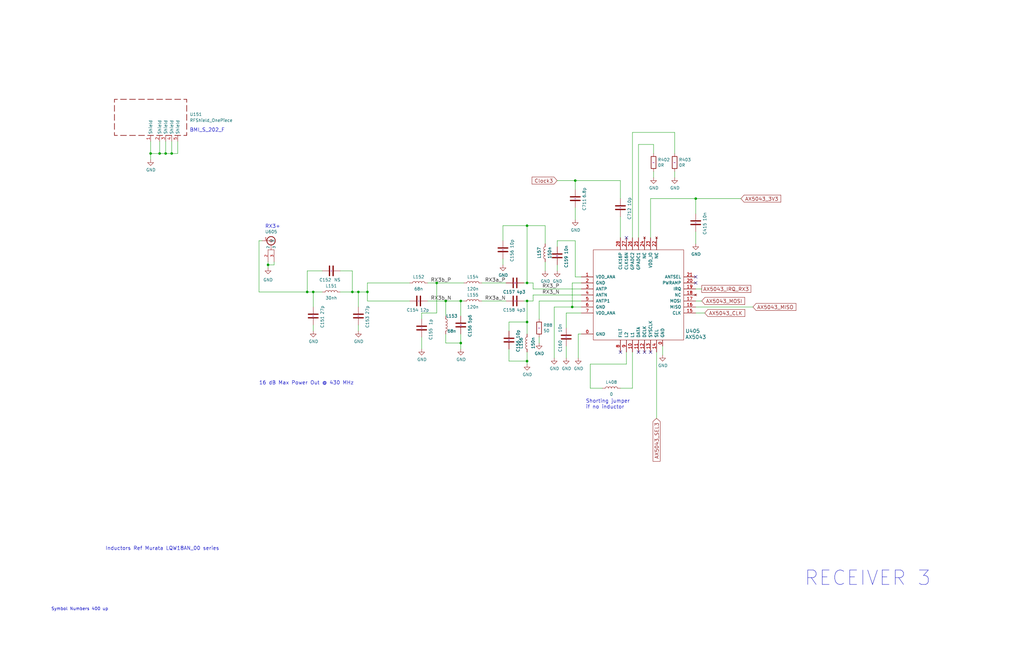
<source format=kicad_sch>
(kicad_sch (version 20230121) (generator eeschema)
  (paper "USLedger")
  (title_block (title "Radiation Tolerant PacSat Communication") (date "2023-06-17") (rev "A") (company "AMSAT-NA") (comment 1 "N5BRG"))
  (lib_symbols
    (symbol "Device:C" (pin_numbers hide) (pin_names (offset 0.254))
      (property "Reference" "C" (at 0.635 2.54 0))
      (property "Value" "C" (at 0.635 -2.54 0))
      (symbol "C_0_1"
        (polyline (pts (xy -2.032 -0.762) (xy 2.032 -0.762)) (stroke (width 0.508)))
        (polyline (pts (xy -2.032 0.762) (xy 2.032 0.762)) (stroke (width 0.508)))
      )
      (symbol "C_1_1"
        (pin passive line (at 0 3.81 270) (length 2.794) (name "~") (number "1"))
        (pin passive line (at 0 -3.81 90) (length 2.794) (name "~") (number "2"))
      )
    )
    (symbol "Device:L" (pin_numbers hide) (pin_names (offset 1.016) hide)
      (property "Reference" "L" (at -1.27 0 90))
      (property "Value" "L" (at 1.905 0 90))
      (symbol "L_0_1"
        (arc (start 0 -2.54) (mid 0.6323 -1.905) (end 0 -1.27))
        (arc (start 0 -1.27) (mid 0.6323 -0.635) (end 0 0))
        (arc (start 0 0) (mid 0.6323 0.635) (end 0 1.27))
        (arc (start 0 1.27) (mid 0.6323 1.905) (end 0 2.54))
      )
      (symbol "L_1_1"
        (pin passive line (at 0 3.81 270) (length 1.27) (name "1") (number "1"))
        (pin passive line (at 0 -3.81 90) (length 1.27) (name "2") (number "2"))
      )
    )
    (symbol "Device:R" (pin_numbers hide) (pin_names (offset 0))
      (property "Reference" "R" (at 2.032 0 90))
      (property "Value" "R" (at 0 0 90))
      (symbol "R_0_1"
        (rectangle (start -1.016 -2.54) (end 1.016 2.54) (stroke (width 0.254)))
      )
      (symbol "R_1_1"
        (pin passive line (at 0 3.81 270) (length 1.27) (name "~") (number "1"))
        (pin passive line (at 0 -3.81 90) (length 1.27) (name "~") (number "2"))
      )
    )
    (symbol "PACSAT_DEV_misc:AX5043" (pin_names (offset 1.016))
      (property "Reference" "U156" (at 16.51 -21.59 0))
      (property "Value" "AX5043" (at -5.08 0 0))
      (symbol "AX5043_0_1"
        (rectangle (start -19.05 19.05) (end 19.05 -19.05))
      )
      (symbol "AX5043_1_1"
        (pin passive line (at -24.13 -16.51 0) (length 5.08) (name "GND") (number "0"))
        (pin power_in line (at 10.16 -21.59 90) (length 2.54) (name "GND") (number "0"))
        (pin passive line (at -24.13 7.62 0) (length 5.08) (name "VDD_ANA") (number "1"))
        (pin passive line (at -2.54 -24.13 90) (length 5.08) (name "L1") (number "10"))
        (pin input line (at 0 -24.13 90) (length 5.08) (name "DATA") (number "11"))
        (pin input line (at 2.54 -24.13 90) (length 5.08) (name "DCLK") (number "12"))
        (pin output line (at 5.08 -24.13 90) (length 5.08) (name "SYSCLK") (number "13"))
        (pin input line (at 7.62 -24.13 90) (length 5.08) (name "SEL") (number "14"))
        (pin input line (at 24.13 -7.62 180) (length 5.08) (name "CLK") (number "15"))
        (pin tri_state line (at 24.13 -5.08 180) (length 5.08) (name "MISO") (number "16"))
        (pin input line (at 24.13 -2.54 180) (length 5.08) (name "MOSI") (number "17"))
        (pin no_connect line (at 24.13 0 180) (length 5.08) (name "NC") (number "18"))
        (pin output line (at 24.13 2.54 180) (length 5.08) (name "IRQ") (number "19"))
        (pin input line (at -24.13 5.08 0) (length 5.08) (name "GND") (number "2"))
        (pin output line (at 24.13 5.08 180) (length 5.08) (name "PWRAMP") (number "20"))
        (pin output line (at 24.13 7.62 180) (length 5.08) (name "ANTSEL") (number "21"))
        (pin no_connect line (at 7.62 24.13 270) (length 5.08) (name "NC") (number "22"))
        (pin passive line (at 5.08 24.13 270) (length 5.08) (name "VDD_IO") (number "23"))
        (pin no_connect line (at 2.54 24.13 270) (length 5.08) (name "NC") (number "24"))
        (pin input line (at 0 24.13 270) (length 5.08) (name "GPADC1") (number "25"))
        (pin input line (at -2.54 24.13 270) (length 5.08) (name "GPADC2") (number "26"))
        (pin passive line (at -5.08 24.13 270) (length 5.08) (name "CLK16N") (number "27"))
        (pin passive line (at -7.62 24.13 270) (length 5.08) (name "CLK16P") (number "28"))
        (pin bidirectional line (at -24.13 2.54 0) (length 5.08) (name "ANTP") (number "3"))
        (pin bidirectional line (at -24.13 0 0) (length 5.08) (name "ANTN") (number "4"))
        (pin output line (at -24.13 -2.54 0) (length 5.08) (name "ANTP1") (number "5"))
        (pin input line (at -24.13 -5.08 0) (length 5.08) (name "GND") (number "6"))
        (pin passive line (at -24.13 -7.62 0) (length 5.08) (name "VDD_ANA") (number "7"))
        (pin passive line (at -7.62 -24.13 90) (length 5.08) (name "FILT") (number "8"))
        (pin passive line (at -5.08 -24.13 90) (length 5.08) (name "L2") (number "9"))
      )
    )
    (symbol "PACSAT_DEV_misc:RF_SHIELD_BOX"
      (property "Reference" "U" (at -15.24 8.89 0))
      (symbol "RF_SHIELD_BOX_0_1"
        (polyline (pts (xy -16.51 -5.08) (xy -16.51 -2.54)) (stroke (width 0.254)))
        (polyline (pts (xy -16.51 -1.27) (xy -16.51 1.27)) (stroke (width 0.254)))
        (polyline (pts (xy -16.51 2.54) (xy -16.51 5.08)) (stroke (width 0.254)))
        (polyline (pts (xy -13.97 7.62) (xy -11.43 7.62)) (stroke (width 0.254)))
        (polyline (pts (xy -11.43 -7.62) (xy -13.97 -7.62)) (stroke (width 0.254)))
        (polyline (pts (xy -7.62 -7.62) (xy -10.16 -7.62)) (stroke (width 0.254)))
        (polyline (pts (xy -7.62 7.62) (xy -10.16 7.62)) (stroke (width 0.254)))
        (polyline (pts (xy -3.81 -7.62) (xy -6.35 -7.62)) (stroke (width 0.254)))
        (polyline (pts (xy -3.81 7.62) (xy -6.35 7.62)) (stroke (width 0.254)))
        (polyline (pts (xy -2.54 -7.62) (xy 0 -7.62)) (stroke (width 0.254)))
        (polyline (pts (xy 0 7.62) (xy -2.54 7.62)) (stroke (width 0.254)))
        (polyline (pts (xy 1.27 -7.62) (xy 3.81 -7.62)) (stroke (width 0.254)))
        (polyline (pts (xy 3.81 7.62) (xy 1.27 7.62)) (stroke (width 0.254)))
        (polyline (pts (xy 5.08 -7.62) (xy 7.62 -7.62)) (stroke (width 0.254)))
        (polyline (pts (xy 7.62 7.62) (xy 5.08 7.62)) (stroke (width 0.254)))
        (polyline (pts (xy 8.89 -7.62) (xy 11.43 -7.62)) (stroke (width 0.254)))
        (polyline (pts (xy 11.43 7.62) (xy 8.89 7.62)) (stroke (width 0.254)))
        (polyline (pts (xy 13.97 -5.08) (xy 13.97 -2.54)) (stroke (width 0.254)))
        (polyline (pts (xy 13.97 -1.27) (xy 13.97 1.27)) (stroke (width 0.254)))
        (polyline (pts (xy 13.97 2.54) (xy 13.97 5.08)) (stroke (width 0.254)))
        (polyline (pts (xy -16.51 6.35) (xy -16.51 7.62) (xy -15.24 7.62)) (stroke (width 0.254)))
        (polyline (pts (xy -15.24 -7.62) (xy -16.51 -7.62) (xy -16.51 -6.35)) (stroke (width 0.254)))
        (polyline (pts (xy 12.7 -7.62) (xy 13.97 -7.62) (xy 13.97 -6.35)) (stroke (width 0.254)))
        (polyline (pts (xy 13.97 6.35) (xy 13.97 7.62) (xy 12.7 7.62)) (stroke (width 0.254)))
      )
      (symbol "RF_SHIELD_BOX_1_1"
        (pin power_in line (at -1.27 -10.16 90) (length 2.54) (name "Shield") (number "1"))
        (pin power_in line (at 2.54 -10.16 90) (length 2.54) (name "Shield") (number "2"))
        (pin power_in line (at 5.08 -10.16 90) (length 2.54) (name "Shield") (number "3"))
        (pin power_in line (at 7.62 -10.16 90) (length 2.54) (name "Shield") (number "4"))
        (pin power_in line (at 10.16 -10.16 90) (length 2.54) (name "Shield") (number "5"))
      )
    )
    (symbol "PACSAT_DEV_misc:U_FL"
      (property "Reference" "U" (at -3.81 2.54 0))
      (symbol "U_FL_0_1"
        (polyline (pts (xy -1.27 -3.81) (xy 1.27 -3.81)))
        (polyline (pts (xy 0 -3.81) (xy 0 -1.778)))
        (circle (center 0 0) (radius 0.508) (stroke (width 0.2032)))
        (circle (center 0 0) (radius 1.778) (stroke (width 0.3048)))
      )
      (symbol "U_FL_1_1"
        (pin bidirectional line (at -3.81 0 0) (length 3.302) (name "In") (number "1"))
        (pin power_in line (at -1.27 -8.89 90) (length 5.08) (name "2") (number "2"))
        (pin power_in line (at 1.27 -8.89 90) (length 5.08) (name "3") (number "3"))
      )
    )
    (symbol "power:GND" (power) (pin_names (offset 0))
      (property "Value" "GND" (at 0 -3.81 0))
      (symbol "GND_0_1"
        (polyline (pts (xy 0 0) (xy 0 -1.27) (xy 1.27 -1.27) (xy 0 -2.54) (xy -1.27 -1.27) (xy 0 -1.27)))
      )
      (symbol "GND_1_1"
        (pin power_in line (at 0 0 270) (length 0) hide (name "GND") (number "1"))
      )
    )
  )
  (junction (at 194.31 144.78))
  (junction (at 222.25 135.89))
  (junction (at 151.13 123.19))
  (junction (at 154.94 123.19))
  (junction (at 63.5 64.77))
  (junction (at 222.25 127))
  (junction (at 194.31 127))
  (junction (at 187.96 127))
  (junction (at 148.59 123.19))
  (junction (at 69.85 64.77))
  (junction (at 241.3 129.54))
  (junction (at 242.57 76.2))
  (junction (at 72.39 64.77))
  (junction (at 67.31 64.77))
  (junction (at 222.25 95.25))
  (junction (at 184.15 119.38))
  (junction (at 222.25 152.4))
  (junction (at 222.25 119.38))
  (junction (at 132.08 123.19))
  (junction (at 113.03 111.76))
  (junction (at 129.54 123.19))
  (junction (at 293.37 83.82))
  (no_connect (at 271.78 148.59))
  (no_connect (at 261.62 148.59))
  (no_connect (at 264.16 100.33))
  (no_connect (at 293.37 116.84))
  (no_connect (at 274.32 148.59))
  (no_connect (at 269.24 148.59))
  (no_connect (at 293.37 119.38))
  (wire (pts (xy 242.57 116.84) (xy 242.57 101.6)))
  (wire (pts (xy 194.31 127) (xy 195.58 127)))
  (wire (pts (xy 154.94 119.38) (xy 172.72 119.38)))
  (wire (pts (xy 269.24 60.96) (xy 275.59 60.96)))
  (wire (pts (xy 148.59 123.19) (xy 151.13 123.19)))
  (wire (pts (xy 242.57 87.63) (xy 242.57 92.71)))
  (wire (pts (xy 227.33 127) (xy 227.33 134.62)))
  (wire (pts (xy 293.37 83.82) (xy 312.42 83.82)))
  (wire (pts (xy 74.93 59.69) (xy 74.93 64.77)))
  (wire (pts (xy 222.25 127) (xy 222.25 135.89)))
  (wire (pts (xy 229.87 95.25) (xy 229.87 102.87)))
  (wire (pts (xy 187.96 127) (xy 187.96 133.35)))
  (wire (pts (xy 245.11 116.84) (xy 242.57 116.84)))
  (wire (pts (xy 194.31 127) (xy 194.31 133.35)))
  (wire (pts (xy 184.15 119.38) (xy 195.58 119.38)))
  (wire (pts (xy 284.48 55.88) (xy 284.48 64.77)))
  (wire (pts (xy 222.25 148.59) (xy 222.25 152.4)))
  (wire (pts (xy 151.13 123.19) (xy 154.94 123.19)))
  (wire (pts (xy 224.79 119.38) (xy 224.79 121.92)))
  (wire (pts (xy 261.62 163.83) (xy 266.7 163.83)))
  (wire (pts (xy 63.5 59.69) (xy 63.5 64.77)))
  (wire (pts (xy 261.62 91.44) (xy 261.62 100.33)))
  (wire (pts (xy 261.62 76.2) (xy 242.57 76.2)))
  (wire (pts (xy 220.98 119.38) (xy 222.25 119.38)))
  (wire (pts (xy 184.15 132.08) (xy 177.8 132.08)))
  (wire (pts (xy 177.8 132.08) (xy 177.8 134.62)))
  (wire (pts (xy 110.49 101.6) (xy 109.22 101.6)))
  (wire (pts (xy 233.68 151.13) (xy 233.68 129.54)))
  (wire (pts (xy 238.76 132.08) (xy 238.76 138.43)))
  (wire (pts (xy 203.2 127) (xy 213.36 127)))
  (wire (pts (xy 234.95 111.76) (xy 234.95 114.3)))
  (wire (pts (xy 264.16 153.67) (xy 248.92 153.67)))
  (wire (pts (xy 293.37 90.17) (xy 293.37 83.82)))
  (wire (pts (xy 261.62 76.2) (xy 261.62 83.82)))
  (wire (pts (xy 67.31 64.77) (xy 63.5 64.77)))
  (wire (pts (xy 224.79 127) (xy 224.79 124.46)))
  (wire (pts (xy 234.95 101.6) (xy 234.95 104.14)))
  (wire (pts (xy 220.98 127) (xy 222.25 127)))
  (wire (pts (xy 135.89 114.3) (xy 129.54 114.3)))
  (wire (pts (xy 184.15 119.38) (xy 184.15 132.08)))
  (wire (pts (xy 269.24 60.96) (xy 269.24 100.33)))
  (wire (pts (xy 154.94 127) (xy 172.72 127)))
  (wire (pts (xy 129.54 114.3) (xy 129.54 123.19)))
  (wire (pts (xy 109.22 101.6) (xy 109.22 123.19)))
  (wire (pts (xy 132.08 137.16) (xy 132.08 139.7)))
  (wire (pts (xy 212.09 101.6) (xy 212.09 95.25)))
  (wire (pts (xy 266.7 148.59) (xy 266.7 163.83)))
  (wire (pts (xy 113.03 110.49) (xy 113.03 111.76)))
  (wire (pts (xy 67.31 59.69) (xy 67.31 64.77)))
  (wire (pts (xy 243.84 140.97) (xy 243.84 151.13)))
  (wire (pts (xy 148.59 114.3) (xy 148.59 123.19)))
  (wire (pts (xy 113.03 111.76) (xy 115.57 111.76)))
  (wire (pts (xy 212.09 95.25) (xy 222.25 95.25)))
  (wire (pts (xy 248.92 153.67) (xy 248.92 163.83)))
  (wire (pts (xy 279.4 146.05) (xy 279.4 149.86)))
  (wire (pts (xy 187.96 144.78) (xy 194.31 144.78)))
  (wire (pts (xy 242.57 101.6) (xy 234.95 101.6)))
  (wire (pts (xy 227.33 142.24) (xy 227.33 144.78)))
  (wire (pts (xy 177.8 142.24) (xy 177.8 147.32)))
  (wire (pts (xy 274.32 83.82) (xy 293.37 83.82)))
  (wire (pts (xy 69.85 64.77) (xy 72.39 64.77)))
  (wire (pts (xy 109.22 123.19) (xy 129.54 123.19)))
  (wire (pts (xy 113.03 111.76) (xy 113.03 113.03)))
  (wire (pts (xy 284.48 72.39) (xy 284.48 74.93)))
  (wire (pts (xy 115.57 110.49) (xy 115.57 111.76)))
  (wire (pts (xy 293.37 121.92) (xy 295.91 121.92)))
  (wire (pts (xy 132.08 123.19) (xy 135.89 123.19)))
  (wire (pts (xy 227.33 127) (xy 245.11 127)))
  (wire (pts (xy 214.63 135.89) (xy 222.25 135.89)))
  (wire (pts (xy 151.13 137.16) (xy 151.13 139.7)))
  (wire (pts (xy 293.37 127) (xy 295.91 127)))
  (wire (pts (xy 222.25 152.4) (xy 222.25 153.67)))
  (wire (pts (xy 245.11 119.38) (xy 241.3 119.38)))
  (wire (pts (xy 222.25 135.89) (xy 222.25 140.97)))
  (wire (pts (xy 276.86 148.59) (xy 276.86 176.53)))
  (wire (pts (xy 275.59 72.39) (xy 275.59 74.93)))
  (wire (pts (xy 238.76 146.05) (xy 238.76 151.13)))
  (wire (pts (xy 132.08 129.54) (xy 132.08 123.19)))
  (wire (pts (xy 242.57 76.2) (xy 242.57 80.01)))
  (wire (pts (xy 67.31 64.77) (xy 69.85 64.77)))
  (wire (pts (xy 293.37 97.79) (xy 293.37 102.87)))
  (wire (pts (xy 266.7 55.88) (xy 284.48 55.88)))
  (wire (pts (xy 72.39 59.69) (xy 72.39 64.77)))
  (wire (pts (xy 143.51 123.19) (xy 148.59 123.19)))
  (wire (pts (xy 274.32 100.33) (xy 274.32 83.82)))
  (wire (pts (xy 214.63 147.32) (xy 214.63 152.4)))
  (wire (pts (xy 233.68 129.54) (xy 241.3 129.54)))
  (wire (pts (xy 194.31 140.97) (xy 194.31 144.78)))
  (wire (pts (xy 129.54 123.19) (xy 132.08 123.19)))
  (wire (pts (xy 151.13 129.54) (xy 151.13 123.19)))
  (wire (pts (xy 224.79 121.92) (xy 245.11 121.92)))
  (wire (pts (xy 214.63 139.7) (xy 214.63 135.89)))
  (wire (pts (xy 187.96 140.97) (xy 187.96 144.78)))
  (wire (pts (xy 224.79 124.46) (xy 245.11 124.46)))
  (wire (pts (xy 234.95 76.2) (xy 242.57 76.2)))
  (wire (pts (xy 194.31 144.78) (xy 194.31 147.32)))
  (wire (pts (xy 203.2 119.38) (xy 213.36 119.38)))
  (wire (pts (xy 241.3 129.54) (xy 245.11 129.54)))
  (wire (pts (xy 229.87 95.25) (xy 222.25 95.25)))
  (wire (pts (xy 248.92 163.83) (xy 254 163.83)))
  (wire (pts (xy 180.34 119.38) (xy 184.15 119.38)))
  (wire (pts (xy 229.87 110.49) (xy 229.87 114.3)))
  (wire (pts (xy 143.51 114.3) (xy 148.59 114.3)))
  (wire (pts (xy 293.37 132.08) (xy 297.18 132.08)))
  (wire (pts (xy 214.63 152.4) (xy 222.25 152.4)))
  (wire (pts (xy 74.93 64.77) (xy 72.39 64.77)))
  (wire (pts (xy 293.37 129.54) (xy 317.5 129.54)))
  (wire (pts (xy 63.5 64.77) (xy 63.5 67.31)))
  (wire (pts (xy 222.25 127) (xy 224.79 127)))
  (wire (pts (xy 241.3 119.38) (xy 241.3 129.54)))
  (wire (pts (xy 212.09 109.22) (xy 212.09 111.76)))
  (wire (pts (xy 187.96 127) (xy 194.31 127)))
  (wire (pts (xy 245.11 132.08) (xy 238.76 132.08)))
  (wire (pts (xy 266.7 55.88) (xy 266.7 100.33)))
  (wire (pts (xy 222.25 95.25) (xy 222.25 119.38)))
  (wire (pts (xy 245.11 140.97) (xy 243.84 140.97)))
  (wire (pts (xy 154.94 123.19) (xy 154.94 127)))
  (wire (pts (xy 154.94 119.38) (xy 154.94 123.19)))
  (wire (pts (xy 264.16 148.59) (xy 264.16 153.67)))
  (wire (pts (xy 180.34 127) (xy 187.96 127)))
  (wire (pts (xy 69.85 59.69) (xy 69.85 64.77)))
  (wire (pts (xy 275.59 60.96) (xy 275.59 64.77)))
  (wire (pts (xy 222.25 119.38) (xy 224.79 119.38)))
  (text "RECEIVER 3" (at 339.09 247.65 0) (effects (font (size 6.096 6.096)) (justify left bottom)))
  (text "BMI_S_202_F" (at 80.01 55.88 0) (effects (font (size 1.524 1.524)) (justify left bottom)))
  (text "16 dB Max Power Out @ 430 MHz" (at 109.22 162.56 0) (effects (font (size 1.524 1.524)) (justify left bottom)))
  (text "Symbol Numbers 400 up" (at 21.59 257.81 0) (effects (font (size 1.27 1.27)) (justify left bottom)))
  (text "Shorting jumper\nif no inductor" (at 247.015 172.72 0) (effects (font (size 1.524 1.524)) (justify left bottom)))
  (text "Inductors Ref Murata LQW18AN_00 series" (at 44.45 232.41 0) (effects (font (size 1.524 1.524)) (justify left bottom)))
  (text "RX3+" (at 111.76 96.52 0) (effects (font (size 1.524 1.524)) (justify left bottom)))
  (label "RX3a_P" (at 204.47 119.38 0) (effects (font (size 1.524 1.524))))
  (label "RX3a_N" (at 204.47 127 0) (effects (font (size 1.524 1.524))))
  (label "RX3_N" (at 228.6 124.46 0) (effects (font (size 1.524 1.524))))
  (label "RX3_P" (at 228.6 121.92 0) (effects (font (size 1.524 1.524))))
  (label "RX3b_P" (at 181.61 119.38 0) (effects (font (size 1.524 1.524))))
  (label "RX3b_N" (at 181.61 127 0) (effects (font (size 1.524 1.524))))
  (global_label "AX5043_SEL3" (shape input) (at 276.86 176.53 270) (effects (font (size 1.524 1.524))) (property "Intersheetrefs" "${INTERSHEET_REFS}" (effects hide)))
  (global_label "AX5043_IRQ_RX3" (shape passive) (at 295.91 121.92 0) (effects (font (size 1.524 1.524))) (property "Intersheetrefs" "${INTERSHEET_REFS}" (effects hide)))
  (global_label "Clock3" (shape input) (at 234.95 76.2 180) (effects (font (size 1.524 1.524))) (property "Intersheetrefs" "${INTERSHEET_REFS}" (effects hide)))
  (global_label "AX5043_CLK" (shape input) (at 297.18 132.08 0) (effects (font (size 1.524 1.524))) (property "Intersheetrefs" "${INTERSHEET_REFS}" (effects hide)))
  (global_label "AX5043_MISO" (shape input) (at 317.5 129.54 0) (effects (font (size 1.524 1.524))) (property "Intersheetrefs" "${INTERSHEET_REFS}" (effects hide)))
  (global_label "AX5043_MOSI" (shape input) (at 295.91 127 0) (effects (font (size 1.524 1.524))) (property "Intersheetrefs" "${INTERSHEET_REFS}" (effects hide)))
  (global_label "AX5043_3V3" (shape input) (at 312.42 83.82 0) (effects (font (size 1.524 1.524))) (property "Intersheetrefs" "${INTERSHEET_REFS}" (effects hide)))
  (symbol (lib_id "Device:C") (at 177.8 138.43 0) (unit 1)
    (property "Reference" "C155" (at 181.61 140.97 90))
    (property "Value" "1p" (at 181.61 135.89 90))
    (property "Footprint" "Capacitor_SMD:C_0603_1608Metric_Pad1.08x0.95mm_HandSolder" (effects hide))
    (property "Datasheet" "~" (at 177.8 138.43 0))
    (instances (project "PacSat_Dev_RevC_231018" (path "" (reference "C155") (unit 1)) (path "" (reference "C405") (unit 1))))
  )
  (symbol (lib_id "Device:R") (at 275.59 68.58 0) (unit 1)
    (property "Reference" "R402" (at 277.368 67.4116 0) (effects (justify left)))
    (property "Value" "0R" (at 277.368 69.723 0) (effects (justify left)))
    (property "Footprint" "Resistor_SMD:R_0603_1608Metric_Pad0.98x0.95mm_HandSolder" (effects hide))
    (property "Datasheet" "~" (at 275.59 68.58 0))
  )
  (symbol (lib_id "power:GND") (at 222.25 153.67 0) (unit 1)
    (property "Reference" "#PWR0175" (effects hide))
    (property "Value" "GND" (at 222.377 158.0642 0))
    (instances (project "PacSat_Dev_RevC_231018" (path "" (reference "#PWR0175") (unit 1)) (path "" (reference "#PWR0408") (unit 1))))
  )
  (symbol (lib_id "Device:C") (at 151.13 133.35 0) (unit 1)
    (property "Reference" "C153" (at 154.94 135.89 90))
    (property "Value" "27p" (at 154.94 130.81 90))
    (property "Footprint" "Capacitor_SMD:C_0603_1608Metric_Pad1.08x0.95mm_HandSolder" (effects hide))
    (property "Datasheet" "~" (at 151.13 133.35 0))
    (instances (project "PacSat_Dev_RevC_231018" (path "" (reference "C153") (unit 1)) (path "" (reference "C403") (unit 1))))
  )
  (symbol (lib_id "power:GND") (at 63.5 67.31 0) (unit 1)
    (property "Reference" "#PWR0161" (effects hide))
    (property "Value" "GND" (at 63.627 71.7042 0))
    (instances (project "PacSat_Dev_RevC_231018" (path "" (reference "#PWR0161") (unit 1)) (path "" (reference "#PWR0619") (unit 1))))
  )
  (symbol (lib_id "power:GND") (at 233.68 151.13 0) (unit 1)
    (property "Reference" "#PWR0177" (effects hide))
    (property "Value" "GND" (at 233.807 155.5242 0))
    (instances (project "PacSat_Dev_RevC_231018" (path "" (reference "#PWR0177") (unit 1)) (path "" (reference "#PWR0411") (unit 1))))
  )
  (symbol (lib_id "power:GND") (at 284.48 74.93 0) (unit 1)
    (property "Reference" "#PWR0418" (effects hide))
    (property "Value" "GND" (at 284.607 79.3242 0))
  )
  (symbol (lib_id "power:GND") (at 113.03 113.03 0) (unit 1)
    (property "Reference" "#PWR0614" (effects hide))
    (property "Value" "GND" (at 113.03 118.11 0))
    (instances (project "PacSat_Dev_RevC_231018" (path "" (reference "#PWR0614") (unit 1)) (path "" (reference "#PWR0402") (unit 1))))
  )
  (symbol (lib_id "Device:L") (at 199.39 127 90) (unit 1)
    (property "Reference" "L155" (at 199.39 124.46 90))
    (property "Value" "120n" (at 199.39 129.54 90))
    (property "Footprint" "PacSatDev_misc:L_Murata_LQH2MCNxxxx02_2.0x1.6mm" (effects hide))
    (instances (project "PacSat_Dev_RevC_231018" (path "" (reference "L155") (unit 1)) (path "" (reference "L405") (unit 1))))
  )
  (symbol (lib_id "Device:L") (at 199.39 119.38 90) (unit 1)
    (property "Reference" "L154" (at 199.39 116.84 90))
    (property "Value" "120n" (at 199.39 121.92 90))
    (property "Footprint" "PacSatDev_misc:L_Murata_LQH2MCNxxxx02_2.0x1.6mm" (effects hide))
    (instances (project "PacSat_Dev_RevC_231018" (path "" (reference "L154") (unit 1)) (path "" (reference "L404") (unit 1))))
  )
  (symbol (lib_id "power:GND") (at 243.84 151.13 0) (unit 1)
    (property "Reference" "#PWR0181" (effects hide))
    (property "Value" "GND" (at 243.967 155.5242 0))
    (instances (project "PacSat_Dev_RevC_231018" (path "" (reference "#PWR0181") (unit 1)) (path "" (reference "#PWR0415") (unit 1))))
  )
  (symbol (lib_id "power:GND") (at 242.57 92.71 0) (unit 1)
    (property "Reference" "#PWR0735" (effects hide))
    (property "Value" "GND" (at 242.697 97.1042 0))
    (instances (project "PacSat_Dev_RevC_231018" (path "" (reference "#PWR0735") (unit 1)) (path "" (reference "#PWR0414") (unit 1))))
  )
  (symbol (lib_id "power:GND") (at 293.37 102.87 0) (unit 1)
    (property "Reference" "#PWR0419" (effects hide))
    (property "Value" "GND" (at 293.497 107.2642 0))
  )
  (symbol (lib_id "Device:L") (at 176.53 119.38 90) (unit 1)
    (property "Reference" "L152" (at 176.53 116.84 90))
    (property "Value" "68n" (at 176.53 121.92 90))
    (property "Footprint" "PacSatDev_misc:L_Murata_LQH2MCNxxxx02_2.0x1.6mm" (effects hide))
    (instances (project "PacSat_Dev_RevC_231018" (path "" (reference "L152") (unit 1)) (path "" (reference "L402") (unit 1))))
  )
  (symbol (lib_id "Device:L") (at 222.25 144.78 180) (unit 1)
    (property "Reference" "L156" (at 219.71 144.78 90))
    (property "Value" "150n" (at 224.79 144.78 90))
    (property "Footprint" "PacSatDev_misc:L_Murata_LQH2MCNxxxx02_2.0x1.6mm" (effects hide))
    (instances (project "PacSat_Dev_RevC_231018" (path "" (reference "L156") (unit 1)) (path "" (reference "L406") (unit 1))))
  )
  (symbol (lib_id "Device:C") (at 238.76 142.24 0) (unit 1)
    (property "Reference" "C160" (at 236.22 146.05 90))
    (property "Value" "10n" (at 236.22 138.43 90))
    (property "Footprint" "Capacitor_SMD:C_0603_1608Metric_Pad1.08x0.95mm_HandSolder" (effects hide))
    (property "Datasheet" "~" (at 238.76 142.24 0))
    (instances (project "PacSat_Dev_RevC_231018" (path "" (reference "C160") (unit 1)) (path "" (reference "C412") (unit 1))))
  )
  (symbol (lib_id "power:GND") (at 229.87 114.3 0) (unit 1)
    (property "Reference" "#PWR0176" (effects hide))
    (property "Value" "GND" (at 229.997 118.6942 0))
    (instances (project "PacSat_Dev_RevC_231018" (path "" (reference "#PWR0176") (unit 1)) (path "" (reference "#PWR0410") (unit 1))))
  )
  (symbol (lib_id "PACSAT_DEV_misc:U_FL") (at 114.3 101.6 0) (unit 1)
    (property "Reference" "U605" (at 111.76 97.79 0) (effects (justify left)))
    (property "Value" "~" (at 114.3 101.6 0))
    (property "Footprint" "PacSatDev_misc:U_FL" (effects hide))
    (instances (project "PacSat_Dev_RevC_231018" (path "" (reference "U605") (unit 1)) (path "" (reference "P401") (unit 1))))
  )
  (symbol (lib_id "Device:R") (at 284.48 68.58 0) (unit 1)
    (property "Reference" "R403" (at 286.258 67.4116 0) (effects (justify left)))
    (property "Value" "0R" (at 286.258 69.723 0) (effects (justify left)))
    (property "Footprint" "Resistor_SMD:R_0603_1608Metric_Pad0.98x0.95mm_HandSolder" (effects hide))
    (property "Datasheet" "~" (at 284.48 68.58 0))
  )
  (symbol (lib_id "power:GND") (at 132.08 139.7 0) (unit 1)
    (property "Reference" "#PWR0171" (effects hide))
    (property "Value" "GND" (at 132.207 144.0942 0))
    (instances (project "PacSat_Dev_RevC_231018" (path "" (reference "#PWR0171") (unit 1)) (path "" (reference "#PWR0403") (unit 1))))
  )
  (symbol (lib_id "Device:C") (at 217.17 119.38 270) (unit 1)
    (property "Reference" "C157" (at 214.63 123.19 90))
    (property "Value" "4p3" (at 219.71 123.19 90))
    (property "Footprint" "Capacitor_SMD:C_0603_1608Metric_Pad1.08x0.95mm_HandSolder" (effects hide))
    (property "Datasheet" "~" (at 217.17 119.38 0))
    (instances (project "PacSat_Dev_RevC_231018" (path "" (reference "C157") (unit 1)) (path "" (reference "C409") (unit 1))))
  )
  (symbol (lib_id "Device:C") (at 217.17 127 270) (unit 1)
    (property "Reference" "C158" (at 214.63 130.81 90))
    (property "Value" "4p3" (at 219.71 130.81 90))
    (property "Footprint" "Capacitor_SMD:C_0603_1608Metric_Pad1.08x0.95mm_HandSolder" (effects hide))
    (property "Datasheet" "~" (at 217.17 127 0))
    (instances (project "PacSat_Dev_RevC_231018" (path "" (reference "C158") (unit 1)) (path "" (reference "C410") (unit 1))))
  )
  (symbol (lib_id "power:GND") (at 275.59 74.93 0) (unit 1)
    (property "Reference" "#PWR0416" (effects hide))
    (property "Value" "GND" (at 275.717 79.3242 0))
  )
  (symbol (lib_id "power:GND") (at 212.09 111.76 0) (unit 1)
    (property "Reference" "#PWR0176" (effects hide))
    (property "Value" "GND" (at 212.217 116.1542 0))
    (instances (project "PacSat_Dev_RevC_231018" (path "" (reference "#PWR0176") (unit 1)) (path "" (reference "#PWR0407") (unit 1))))
  )
  (symbol (lib_id "Device:L") (at 257.81 163.83 90) (unit 1)
    (property "Reference" "L408" (at 257.81 161.29 90))
    (property "Value" "0" (at 257.81 166.37 90))
    (property "Footprint" "PacSatDev_misc:L_Murata_LQH2MCNxxxx02_2.0x1.6mm" (effects hide))
  )
  (symbol (lib_id "Device:C") (at 139.7 114.3 270) (unit 1)
    (property "Reference" "C152" (at 137.16 118.11 90))
    (property "Value" "NS" (at 142.24 118.11 90))
    (property "Footprint" "Capacitor_SMD:C_0603_1608Metric_Pad1.08x0.95mm_HandSolder" (effects hide))
    (property "Datasheet" "~" (at 139.7 114.3 0))
    (instances (project "PacSat_Dev_RevC_231018" (path "" (reference "C152") (unit 1)) (path "" (reference "C402") (unit 1))))
  )
  (symbol (lib_id "Device:C") (at 176.53 127 270) (unit 1)
    (property "Reference" "C154" (at 173.99 130.81 90))
    (property "Value" "12p" (at 179.07 130.81 90))
    (property "Footprint" "Capacitor_SMD:C_0603_1608Metric_Pad1.08x0.95mm_HandSolder" (effects hide))
    (property "Datasheet" "~" (at 176.53 127 0))
    (instances (project "PacSat_Dev_RevC_231018" (path "" (reference "C154") (unit 1)) (path "" (reference "C404") (unit 1))))
  )
  (symbol (lib_id "PACSAT_DEV_misc:RF_SHIELD_BOX") (at 64.77 49.53 0) (unit 1)
    (property "Reference" "U151" (at 80.01 48.26 0) (effects (justify left)))
    (property "Value" "RFShield_OnePiece" (at 80.01 50.8 0) (effects (justify left)))
    (property "Footprint" "PacSatDev_misc:RF_SHIELD_BMI_S_202_F_U401" (effects hide))
    (instances (project "PacSat_Dev_RevC_231018" (path "" (reference "U151") (unit 1)) (path "" (reference "U401") (unit 1))))
  )
  (symbol (lib_id "Device:L") (at 187.96 137.16 0) (unit 1)
    (property "Reference" "L153" (at 190.5 133.35 0))
    (property "Value" "68n" (at 190.5 139.7 0))
    (property "Footprint" "PacSatDev_misc:L_Murata_LQH2MCNxxxx02_2.0x1.6mm" (effects hide))
    (instances (project "PacSat_Dev_RevC_231018" (path "" (reference "L153") (unit 1)) (path "" (reference "L403") (unit 1))))
  )
  (symbol (lib_id "Device:L") (at 139.7 123.19 90) (unit 1)
    (property "Reference" "L151" (at 139.7 120.65 90))
    (property "Value" "30nh" (at 139.7 125.73 90))
    (property "Footprint" "Inductor_SMD:L_0603_1608Metric_Pad1.05x0.95mm_HandSolder" (effects hide))
    (instances (project "PacSat_Dev_RevC_231018" (path "" (reference "L151") (unit 1)) (path "" (reference "L401") (unit 1))))
  )
  (symbol (lib_id "Device:C") (at 261.62 87.63 0) (unit 1)
    (property "Reference" "C712" (at 265.43 90.17 90))
    (property "Value" "10p" (at 265.43 85.09 90))
    (property "Footprint" "Capacitor_SMD:C_0603_1608Metric_Pad1.08x0.95mm_HandSolder" (effects hide))
    (property "Datasheet" "~" (at 261.62 87.63 0))
    (instances (project "PacSat_Dev_RevC_231018" (path "" (reference "C712") (unit 1)) (path "" (reference "C414") (unit 1))))
  )
  (symbol (lib_id "power:GND") (at 279.4 149.86 0) (unit 1)
    (property "Reference" "#PWR0173" (effects hide))
    (property "Value" "GND" (at 279.527 154.2542 0))
    (instances (project "PacSat_Dev_RevC_231018" (path "" (reference "#PWR0173") (unit 1)) (path "" (reference "#PWR0417") (unit 1))))
  )
  (symbol (lib_id "Device:C") (at 214.63 143.51 0) (unit 1)
    (property "Reference" "C156" (at 218.44 146.05 90))
    (property "Value" "10p" (at 218.44 140.97 90))
    (property "Footprint" "Capacitor_SMD:C_0603_1608Metric_Pad1.08x0.95mm_HandSolder" (effects hide))
    (property "Datasheet" "~" (at 214.63 143.51 0))
    (instances (project "PacSat_Dev_RevC_231018" (path "" (reference "C156") (unit 1)) (path "" (reference "C408") (unit 1))))
  )
  (symbol (lib_id "power:GND") (at 151.13 139.7 0) (unit 1)
    (property "Reference" "#PWR0172" (effects hide))
    (property "Value" "GND" (at 151.257 144.0942 0))
    (instances (project "PacSat_Dev_RevC_231018" (path "" (reference "#PWR0172") (unit 1)) (path "" (reference "#PWR0404") (unit 1))))
  )
  (symbol (lib_id "Device:C") (at 132.08 133.35 0) (unit 1)
    (property "Reference" "C151" (at 135.89 135.89 90))
    (property "Value" "27p" (at 135.89 130.81 90))
    (property "Footprint" "Capacitor_SMD:C_0603_1608Metric_Pad1.08x0.95mm_HandSolder" (effects hide))
    (property "Datasheet" "~" (at 132.08 133.35 0))
    (instances (project "PacSat_Dev_RevC_231018" (path "" (reference "C151") (unit 1)) (path "" (reference "C401") (unit 1))))
  )
  (symbol (lib_id "Device:C") (at 234.95 107.95 0) (unit 1)
    (property "Reference" "C159" (at 238.76 110.49 90))
    (property "Value" "10n" (at 238.76 105.41 90))
    (property "Footprint" "Capacitor_SMD:C_0603_1608Metric_Pad1.08x0.95mm_HandSolder" (effects hide))
    (property "Datasheet" "~" (at 234.95 107.95 0))
    (instances (project "PacSat_Dev_RevC_231018" (path "" (reference "C159") (unit 1)) (path "" (reference "C411") (unit 1))))
  )
  (symbol (lib_id "Device:C") (at 212.09 105.41 0) (unit 1)
    (property "Reference" "C156" (at 215.9 107.95 90))
    (property "Value" "10p" (at 215.9 102.87 90))
    (property "Footprint" "Capacitor_SMD:C_0603_1608Metric_Pad1.08x0.95mm_HandSolder" (effects hide))
    (property "Datasheet" "~" (at 212.09 105.41 0))
    (instances (project "PacSat_Dev_RevC_231018" (path "" (reference "C156") (unit 1)) (path "" (reference "C407") (unit 1))))
  )
  (symbol (lib_id "power:GND") (at 194.31 147.32 0) (unit 1)
    (property "Reference" "#PWR0174" (effects hide))
    (property "Value" "GND" (at 194.437 151.7142 0))
    (instances (project "PacSat_Dev_RevC_231018" (path "" (reference "#PWR0174") (unit 1)) (path "" (reference "#PWR0406") (unit 1))))
  )
  (symbol (lib_id "power:GND") (at 177.8 147.32 0) (unit 1)
    (property "Reference" "#PWR0173" (effects hide))
    (property "Value" "GND" (at 177.927 151.7142 0))
    (instances (project "PacSat_Dev_RevC_231018" (path "" (reference "#PWR0173") (unit 1)) (path "" (reference "#PWR0405") (unit 1))))
  )
  (symbol (lib_id "Device:C") (at 194.31 137.16 0) (unit 1)
    (property "Reference" "C156" (at 198.12 139.7 90))
    (property "Value" "5p6" (at 198.12 134.62 90))
    (property "Footprint" "Capacitor_SMD:C_0603_1608Metric_Pad1.08x0.95mm_HandSolder" (effects hide))
    (property "Datasheet" "~" (at 194.31 137.16 0))
    (instances (project "PacSat_Dev_RevC_231018" (path "" (reference "C156") (unit 1)) (path "" (reference "C406") (unit 1))))
  )
  (symbol (lib_id "power:GND") (at 234.95 114.3 0) (unit 1)
    (property "Reference" "#PWR0178" (effects hide))
    (property "Value" "GND" (at 235.077 118.6942 0))
    (instances (project "PacSat_Dev_RevC_231018" (path "" (reference "#PWR0178") (unit 1)) (path "" (reference "#PWR0412") (unit 1))))
  )
  (symbol (lib_id "Device:R") (at 227.33 138.43 0) (unit 1)
    (property "Reference" "R88" (at 229.108 137.2616 0) (effects (justify left)))
    (property "Value" "50" (at 229.108 139.573 0) (effects (justify left)))
    (property "Footprint" "Resistor_SMD:R_0603_1608Metric_Pad0.98x0.95mm_HandSolder" (effects hide))
    (property "Datasheet" "~" (at 227.33 138.43 0))
    (instances (project "PacSat_Dev_RevC_231018" (path "" (reference "R88") (unit 1)) (path "" (reference "R401") (unit 1))))
  )
  (symbol (lib_id "power:GND") (at 238.76 151.13 0) (unit 1)
    (property "Reference" "#PWR0179" (effects hide))
    (property "Value" "GND" (at 238.887 155.5242 0))
    (instances (project "PacSat_Dev_RevC_231018" (path "" (reference "#PWR0179") (unit 1)) (path "" (reference "#PWR0413") (unit 1))))
  )
  (symbol (lib_id "power:GND") (at 227.33 144.78 0) (unit 1)
    (property "Reference" "#PWR0191" (effects hide))
    (property "Value" "GND" (at 227.457 149.1742 0))
    (instances (project "PacSat_Dev_RevC_231018" (path "" (reference "#PWR0191") (unit 1)) (path "" (reference "#PWR0409") (unit 1))))
  )
  (symbol (lib_id "Device:C") (at 293.37 93.98 0) (unit 1)
    (property "Reference" "C415" (at 297.18 96.52 90))
    (property "Value" "10n" (at 297.18 91.44 90))
    (property "Footprint" "Capacitor_SMD:C_0603_1608Metric_Pad1.08x0.95mm_HandSolder" (effects hide))
    (property "Datasheet" "~" (at 293.37 93.98 0))
  )
  (symbol (lib_id "Device:C") (at 242.57 83.82 0) (unit 1)
    (property "Reference" "C711" (at 246.38 86.36 90))
    (property "Value" "6.8p" (at 246.38 81.28 90))
    (property "Footprint" "Capacitor_SMD:C_0603_1608Metric_Pad1.08x0.95mm_HandSolder" (effects hide))
    (property "Datasheet" "~" (at 242.57 83.82 0))
    (instances (project "PacSat_Dev_RevC_231018" (path "" (reference "C711") (unit 1)) (path "" (reference "C413") (unit 1))))
  )
  (symbol (lib_id "Device:L") (at 229.87 106.68 180) (unit 1)
    (property "Reference" "L157" (at 227.33 106.68 90))
    (property "Value" "150n" (at 231.775 106.68 90))
    (property "Footprint" "PacSatDev_misc:L_Murata_LQH2MCNxxxx02_2.0x1.6mm" (effects hide))
    (instances (project "PacSat_Dev_RevC_231018" (path "" (reference "L157") (unit 1)) (path "" (reference "L407") (unit 1))))
  )
  (symbol (lib_id "PACSAT_DEV_misc:AX5043") (at 269.24 124.46 0) (unit 1)
    (property "Reference" "U405" (at 292.1 139.7 0) (effects (font (size 1.524 1.524))))
    (property "Value" "AX5043" (at 293.37 142.24 0) (effects (font (size 1.524 1.524))))
    (property "Footprint" "PacSatDev_onsemi:QFN28" (effects hide))
  )
)
</source>
